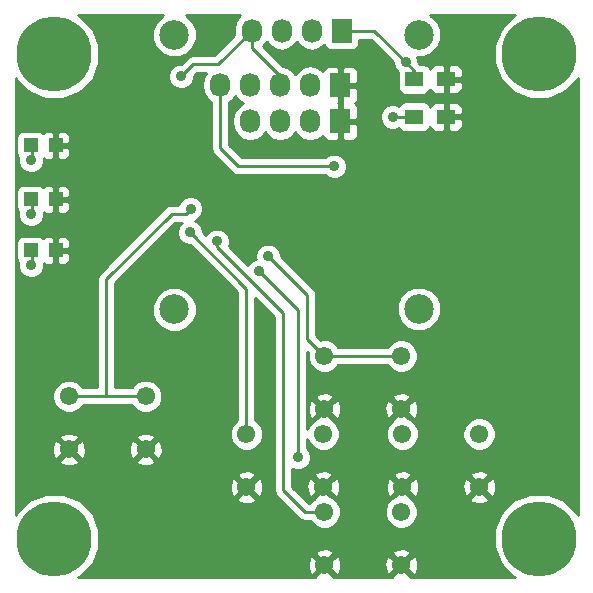
<source format=gbl>
G04 #@! TF.FileFunction,Copper,L2,Bot,Signal*
%FSLAX46Y46*%
G04 Gerber Fmt 4.6, Leading zero omitted, Abs format (unit mm)*
G04 Created by KiCad (PCBNEW (after 2015-mar-04 BZR unknown)-product) date 7/16/2015 5:07:47 PM*
%MOMM*%
G01*
G04 APERTURE LIST*
%ADD10C,0.150000*%
%ADD11C,6.350000*%
%ADD12C,2.500000*%
%ADD13R,1.500000X1.300000*%
%ADD14R,1.727200X2.032000*%
%ADD15O,1.727200X2.032000*%
%ADD16C,1.549400*%
%ADD17R,1.198880X1.198880*%
%ADD18C,0.889000*%
%ADD19C,0.254000*%
G04 APERTURE END LIST*
D10*
D11*
X140000000Y-110000000D03*
X99000000Y-110000000D03*
X140000000Y-69000000D03*
X99000000Y-69000000D03*
D12*
X129850000Y-90550000D03*
X109150000Y-90600000D03*
X129850000Y-67350000D03*
X109150000Y-67350000D03*
D13*
X129460000Y-71120000D03*
X132160000Y-71120000D03*
X129460000Y-74295000D03*
X132160000Y-74295000D03*
D14*
X123190000Y-71628000D03*
D15*
X120650000Y-71628000D03*
X118110000Y-71628000D03*
X115570000Y-71628000D03*
X113030000Y-71628000D03*
D14*
X123310000Y-67000000D03*
D15*
X120770000Y-67000000D03*
X118230000Y-67000000D03*
X115690000Y-67000000D03*
D16*
X128448800Y-101149560D03*
X128448800Y-105650440D03*
X134951200Y-101149560D03*
X134951200Y-105650440D03*
X121848800Y-94549560D03*
X121848800Y-99050440D03*
X128351200Y-94549560D03*
X128351200Y-99050440D03*
X121848800Y-107749560D03*
X121848800Y-112250440D03*
X128351200Y-107749560D03*
X128351200Y-112250440D03*
X115248800Y-101149560D03*
X115248800Y-105650440D03*
X121751200Y-101149560D03*
X121751200Y-105650440D03*
X100224800Y-97949560D03*
X100224800Y-102450440D03*
X106727200Y-97949560D03*
X106727200Y-102450440D03*
D17*
X99093020Y-76708000D03*
X96994980Y-76708000D03*
X99093020Y-81280000D03*
X96994980Y-81280000D03*
X99093020Y-85598000D03*
X96994980Y-85598000D03*
D14*
X123190000Y-74676000D03*
D15*
X120650000Y-74676000D03*
X118110000Y-74676000D03*
X115570000Y-74676000D03*
D18*
X125730000Y-78486000D03*
X137160000Y-93472000D03*
X138684000Y-87376000D03*
X138684000Y-82804000D03*
X109728000Y-70866000D03*
X97028000Y-77978000D03*
X97028000Y-82550000D03*
X97028000Y-86868000D03*
X110518000Y-82070000D03*
X110490000Y-84074000D03*
X112776000Y-84836000D03*
X117094000Y-86106000D03*
X116332000Y-87376000D03*
X119634000Y-103124000D03*
X128727200Y-69646800D03*
X127635000Y-74295000D03*
X122682000Y-78486000D03*
D19*
X118200000Y-67030000D02*
X118230000Y-67000000D01*
X118110000Y-67120000D02*
X118230000Y-67000000D01*
X112840000Y-69850000D02*
X115690000Y-67000000D01*
X110744000Y-69850000D02*
X112840000Y-69850000D01*
X109728000Y-70866000D02*
X110744000Y-69850000D01*
X118110000Y-71628000D02*
X118110000Y-70866000D01*
X118110000Y-70866000D02*
X115690000Y-68446000D01*
X115690000Y-68446000D02*
X115690000Y-67000000D01*
X115660000Y-67030000D02*
X115690000Y-67000000D01*
X115570000Y-67120000D02*
X115690000Y-67000000D01*
X97091500Y-76708000D02*
X97091500Y-77914500D01*
X97091500Y-77914500D02*
X97028000Y-77978000D01*
X97091500Y-82486500D02*
X97091500Y-81280000D01*
X97028000Y-82550000D02*
X97091500Y-82486500D01*
X97091500Y-85598000D02*
X97091500Y-86804500D01*
X97091500Y-86804500D02*
X97028000Y-86868000D01*
X110096000Y-82492000D02*
X108908000Y-82492000D01*
X110518000Y-82070000D02*
X110096000Y-82492000D01*
X103350000Y-97949560D02*
X103350000Y-88050000D01*
X103350000Y-88050000D02*
X108908000Y-82492000D01*
X100224800Y-97949560D02*
X103350000Y-97949560D01*
X103350000Y-97949560D02*
X106727200Y-97949560D01*
X115248800Y-88832800D02*
X115248800Y-101149560D01*
X110490000Y-84074000D02*
X115248800Y-88832800D01*
X112776000Y-84836000D02*
X112776000Y-85344000D01*
X118364000Y-90932000D02*
X118364000Y-105918000D01*
X112776000Y-85344000D02*
X118364000Y-90932000D01*
X120195560Y-107749560D02*
X118364000Y-105918000D01*
X121848800Y-107749560D02*
X120195560Y-107749560D01*
X120396000Y-93096760D02*
X121848800Y-94549560D01*
X120396000Y-89408000D02*
X120396000Y-93096760D01*
X117094000Y-86106000D02*
X120396000Y-89408000D01*
X121848800Y-94549560D02*
X121848800Y-93908800D01*
X121848800Y-94549560D02*
X128351200Y-94549560D01*
X119634000Y-90678000D02*
X119634000Y-103124000D01*
X116332000Y-87376000D02*
X119634000Y-90678000D01*
X129460000Y-71120000D02*
X129460000Y-70379600D01*
X129460000Y-70379600D02*
X128727200Y-69646800D01*
X128727200Y-69646800D02*
X126080400Y-67000000D01*
X126080400Y-67000000D02*
X123310000Y-67000000D01*
X129460000Y-74295000D02*
X127635000Y-74295000D01*
X113030000Y-71628000D02*
X113030000Y-76962000D01*
X114554000Y-78486000D02*
X122682000Y-78486000D01*
X113030000Y-76962000D02*
X114554000Y-78486000D01*
G36*
X143290000Y-107985376D02*
X143231844Y-107844628D01*
X142161009Y-106771923D01*
X140761181Y-106190663D01*
X139245469Y-106189340D01*
X137844628Y-106768156D01*
X136771923Y-107838991D01*
X136372985Y-108799739D01*
X136372985Y-105861172D01*
X136361145Y-105620734D01*
X136361145Y-100870383D01*
X136146983Y-100352072D01*
X135750774Y-99955171D01*
X135232837Y-99740105D01*
X134672023Y-99739615D01*
X134153712Y-99953777D01*
X133756811Y-100349986D01*
X133545000Y-100860084D01*
X133545000Y-75071310D01*
X133545000Y-74818691D01*
X133545000Y-74580750D01*
X133545000Y-74009250D01*
X133545000Y-73771309D01*
X133545000Y-73518690D01*
X133545000Y-71896310D01*
X133545000Y-71643691D01*
X133545000Y-71405750D01*
X133545000Y-70834250D01*
X133545000Y-70596309D01*
X133545000Y-70343690D01*
X133448327Y-70110301D01*
X133269698Y-69931673D01*
X133036309Y-69835000D01*
X132445750Y-69835000D01*
X132287000Y-69993750D01*
X132287000Y-70993000D01*
X133386250Y-70993000D01*
X133545000Y-70834250D01*
X133545000Y-71405750D01*
X133386250Y-71247000D01*
X132287000Y-71247000D01*
X132287000Y-72246250D01*
X132445750Y-72405000D01*
X133036309Y-72405000D01*
X133269698Y-72308327D01*
X133448327Y-72129699D01*
X133545000Y-71896310D01*
X133545000Y-73518690D01*
X133448327Y-73285301D01*
X133269698Y-73106673D01*
X133036309Y-73010000D01*
X132445750Y-73010000D01*
X132287000Y-73168750D01*
X132287000Y-74168000D01*
X133386250Y-74168000D01*
X133545000Y-74009250D01*
X133545000Y-74580750D01*
X133386250Y-74422000D01*
X132287000Y-74422000D01*
X132287000Y-75421250D01*
X132445750Y-75580000D01*
X133036309Y-75580000D01*
X133269698Y-75483327D01*
X133448327Y-75304699D01*
X133545000Y-75071310D01*
X133545000Y-100860084D01*
X133541745Y-100867923D01*
X133541255Y-101428737D01*
X133755417Y-101947048D01*
X134151626Y-102343949D01*
X134669563Y-102559015D01*
X135230377Y-102559505D01*
X135748688Y-102345343D01*
X136145589Y-101949134D01*
X136360655Y-101431197D01*
X136361145Y-100870383D01*
X136361145Y-105620734D01*
X136345402Y-105301037D01*
X136184115Y-104911656D01*
X135940616Y-104840629D01*
X135761011Y-105020234D01*
X135761011Y-104661024D01*
X135689984Y-104417525D01*
X135161932Y-104228655D01*
X134601797Y-104256238D01*
X134212416Y-104417525D01*
X134141389Y-104661024D01*
X134951200Y-105470835D01*
X135761011Y-104661024D01*
X135761011Y-105020234D01*
X135130805Y-105650440D01*
X135940616Y-106460251D01*
X136184115Y-106389224D01*
X136372985Y-105861172D01*
X136372985Y-108799739D01*
X136190663Y-109238819D01*
X136189340Y-110754531D01*
X136768156Y-112155372D01*
X137838991Y-113228077D01*
X137988117Y-113290000D01*
X135761011Y-113290000D01*
X135761011Y-106639856D01*
X134951200Y-105830045D01*
X134771595Y-106009650D01*
X134771595Y-105650440D01*
X133961784Y-104840629D01*
X133718285Y-104911656D01*
X133529415Y-105439708D01*
X133556998Y-105999843D01*
X133718285Y-106389224D01*
X133961784Y-106460251D01*
X134771595Y-105650440D01*
X134771595Y-106009650D01*
X134141389Y-106639856D01*
X134212416Y-106883355D01*
X134740468Y-107072225D01*
X135300603Y-107044642D01*
X135689984Y-106883355D01*
X135761011Y-106639856D01*
X135761011Y-113290000D01*
X132033000Y-113290000D01*
X132033000Y-75421250D01*
X132033000Y-74422000D01*
X132013000Y-74422000D01*
X132013000Y-74168000D01*
X132033000Y-74168000D01*
X132033000Y-73168750D01*
X131874250Y-73010000D01*
X131283691Y-73010000D01*
X131050302Y-73106673D01*
X130871673Y-73285301D01*
X130814453Y-73423442D01*
X130810463Y-73402877D01*
X130670673Y-73190073D01*
X130459640Y-73047623D01*
X130210000Y-72997560D01*
X128710000Y-72997560D01*
X128467877Y-73044537D01*
X128255073Y-73184327D01*
X128150003Y-73339982D01*
X127850668Y-73215687D01*
X127421216Y-73215313D01*
X127024311Y-73379311D01*
X126720378Y-73682714D01*
X126555687Y-74079332D01*
X126555313Y-74508784D01*
X126719311Y-74905689D01*
X127022714Y-75209622D01*
X127419332Y-75374313D01*
X127848784Y-75374687D01*
X128150778Y-75249905D01*
X128249327Y-75399927D01*
X128460360Y-75542377D01*
X128710000Y-75592440D01*
X130210000Y-75592440D01*
X130452123Y-75545463D01*
X130664927Y-75405673D01*
X130807377Y-75194640D01*
X130813479Y-75164208D01*
X130871673Y-75304699D01*
X131050302Y-75483327D01*
X131283691Y-75580000D01*
X131874250Y-75580000D01*
X132033000Y-75421250D01*
X132033000Y-113290000D01*
X131735326Y-113290000D01*
X131735326Y-90176695D01*
X131448957Y-89483628D01*
X130919161Y-88952907D01*
X130226595Y-88665328D01*
X129476695Y-88664674D01*
X128783628Y-88951043D01*
X128252907Y-89480839D01*
X127965328Y-90173405D01*
X127964674Y-90923305D01*
X128251043Y-91616372D01*
X128780839Y-92147093D01*
X129473405Y-92434672D01*
X130223305Y-92435326D01*
X130916372Y-92148957D01*
X131447093Y-91619161D01*
X131734672Y-90926595D01*
X131735326Y-90176695D01*
X131735326Y-113290000D01*
X129870585Y-113290000D01*
X129870585Y-105861172D01*
X129858745Y-105620734D01*
X129858745Y-100870383D01*
X129772985Y-100662828D01*
X129772985Y-99261172D01*
X129761145Y-99020734D01*
X129761145Y-94270383D01*
X129546983Y-93752072D01*
X129150774Y-93355171D01*
X128632837Y-93140105D01*
X128072023Y-93139615D01*
X127553712Y-93353777D01*
X127156811Y-93749986D01*
X127141208Y-93787560D01*
X124688600Y-93787560D01*
X124688600Y-75818309D01*
X124688600Y-74961750D01*
X124688600Y-74390250D01*
X124688600Y-73533691D01*
X124591927Y-73300302D01*
X124443625Y-73152000D01*
X124591927Y-73003698D01*
X124688600Y-72770309D01*
X124688600Y-71913750D01*
X124688600Y-71342250D01*
X124688600Y-70485691D01*
X124591927Y-70252302D01*
X124413299Y-70073673D01*
X124179910Y-69977000D01*
X123927291Y-69977000D01*
X123475750Y-69977000D01*
X123317000Y-70135750D01*
X123317000Y-71501000D01*
X124529850Y-71501000D01*
X124688600Y-71342250D01*
X124688600Y-71913750D01*
X124529850Y-71755000D01*
X123317000Y-71755000D01*
X123317000Y-73120250D01*
X123348750Y-73152000D01*
X123317000Y-73183750D01*
X123317000Y-74549000D01*
X124529850Y-74549000D01*
X124688600Y-74390250D01*
X124688600Y-74961750D01*
X124529850Y-74803000D01*
X123317000Y-74803000D01*
X123317000Y-76168250D01*
X123475750Y-76327000D01*
X123927291Y-76327000D01*
X124179910Y-76327000D01*
X124413299Y-76230327D01*
X124591927Y-76051698D01*
X124688600Y-75818309D01*
X124688600Y-93787560D01*
X123059246Y-93787560D01*
X123044583Y-93752072D01*
X122648374Y-93355171D01*
X122130437Y-93140105D01*
X121569623Y-93139615D01*
X121532021Y-93155151D01*
X121158000Y-92781129D01*
X121158000Y-89408000D01*
X121099996Y-89116395D01*
X120934815Y-88869185D01*
X118173499Y-86107869D01*
X118173687Y-85892216D01*
X118009689Y-85495311D01*
X117706286Y-85191378D01*
X117309668Y-85026687D01*
X116880216Y-85026313D01*
X116483311Y-85190311D01*
X116179378Y-85493714D01*
X116014687Y-85890332D01*
X116014313Y-86319784D01*
X116021181Y-86336406D01*
X115721311Y-86460311D01*
X115417378Y-86763714D01*
X115375117Y-86865487D01*
X113769047Y-85259417D01*
X113855313Y-85051668D01*
X113855687Y-84622216D01*
X113691689Y-84225311D01*
X113388286Y-83921378D01*
X112991668Y-83756687D01*
X112562216Y-83756313D01*
X112165311Y-83920311D01*
X111861378Y-84223714D01*
X111819117Y-84325487D01*
X111569499Y-84075869D01*
X111569687Y-83860216D01*
X111405689Y-83463311D01*
X111102286Y-83159378D01*
X110905794Y-83077787D01*
X111128689Y-82985689D01*
X111432622Y-82682286D01*
X111597313Y-82285668D01*
X111597687Y-81856216D01*
X111433689Y-81459311D01*
X111130286Y-81155378D01*
X110733668Y-80990687D01*
X110304216Y-80990313D01*
X109907311Y-81154311D01*
X109603378Y-81457714D01*
X109490314Y-81730000D01*
X108908000Y-81730000D01*
X108616395Y-81788004D01*
X108369185Y-81953185D01*
X102811185Y-87511185D01*
X102646004Y-87758395D01*
X102588000Y-88050000D01*
X102588000Y-97187560D01*
X101435246Y-97187560D01*
X101420583Y-97152072D01*
X101024374Y-96755171D01*
X100506437Y-96540105D01*
X100327460Y-96539948D01*
X100327460Y-86323750D01*
X100327460Y-86071131D01*
X100327460Y-85883750D01*
X100327460Y-85312250D01*
X100327460Y-85124869D01*
X100327460Y-84872250D01*
X100327460Y-82005750D01*
X100327460Y-81753131D01*
X100327460Y-81565750D01*
X100327460Y-80994250D01*
X100327460Y-80806869D01*
X100327460Y-80554250D01*
X100327460Y-77433750D01*
X100327460Y-77181131D01*
X100327460Y-76993750D01*
X100327460Y-76422250D01*
X100327460Y-76234869D01*
X100327460Y-75982250D01*
X100230787Y-75748861D01*
X100052158Y-75570233D01*
X99818769Y-75473560D01*
X99378770Y-75473560D01*
X99220020Y-75632310D01*
X99220020Y-76581000D01*
X100168710Y-76581000D01*
X100327460Y-76422250D01*
X100327460Y-76993750D01*
X100168710Y-76835000D01*
X99220020Y-76835000D01*
X99220020Y-77783690D01*
X99378770Y-77942440D01*
X99818769Y-77942440D01*
X100052158Y-77845767D01*
X100230787Y-77667139D01*
X100327460Y-77433750D01*
X100327460Y-80554250D01*
X100230787Y-80320861D01*
X100052158Y-80142233D01*
X99818769Y-80045560D01*
X99378770Y-80045560D01*
X99220020Y-80204310D01*
X99220020Y-81153000D01*
X100168710Y-81153000D01*
X100327460Y-80994250D01*
X100327460Y-81565750D01*
X100168710Y-81407000D01*
X99220020Y-81407000D01*
X99220020Y-82355690D01*
X99378770Y-82514440D01*
X99818769Y-82514440D01*
X100052158Y-82417767D01*
X100230787Y-82239139D01*
X100327460Y-82005750D01*
X100327460Y-84872250D01*
X100230787Y-84638861D01*
X100052158Y-84460233D01*
X99818769Y-84363560D01*
X99378770Y-84363560D01*
X99220020Y-84522310D01*
X99220020Y-85471000D01*
X100168710Y-85471000D01*
X100327460Y-85312250D01*
X100327460Y-85883750D01*
X100168710Y-85725000D01*
X99220020Y-85725000D01*
X99220020Y-86673690D01*
X99378770Y-86832440D01*
X99818769Y-86832440D01*
X100052158Y-86735767D01*
X100230787Y-86557139D01*
X100327460Y-86323750D01*
X100327460Y-96539948D01*
X99945623Y-96539615D01*
X99427312Y-96753777D01*
X99030411Y-97149986D01*
X98966020Y-97305056D01*
X98966020Y-86673690D01*
X98966020Y-85725000D01*
X98946020Y-85725000D01*
X98946020Y-85471000D01*
X98966020Y-85471000D01*
X98966020Y-84522310D01*
X98966020Y-82355690D01*
X98966020Y-81407000D01*
X98946020Y-81407000D01*
X98946020Y-81153000D01*
X98966020Y-81153000D01*
X98966020Y-80204310D01*
X98966020Y-77783690D01*
X98966020Y-76835000D01*
X98946020Y-76835000D01*
X98946020Y-76581000D01*
X98966020Y-76581000D01*
X98966020Y-75632310D01*
X98807270Y-75473560D01*
X98367271Y-75473560D01*
X98133882Y-75570233D01*
X98052339Y-75651774D01*
X97844060Y-75511183D01*
X97594420Y-75461120D01*
X96395540Y-75461120D01*
X96153417Y-75508097D01*
X95940613Y-75647887D01*
X95798163Y-75858920D01*
X95748100Y-76108560D01*
X95748100Y-77307440D01*
X95795077Y-77549563D01*
X95934867Y-77762367D01*
X95948678Y-77771690D01*
X95948313Y-78191784D01*
X96112311Y-78588689D01*
X96415714Y-78892622D01*
X96812332Y-79057313D01*
X97241784Y-79057687D01*
X97638689Y-78893689D01*
X97942622Y-78590286D01*
X98107313Y-78193668D01*
X98107638Y-77819523D01*
X98133882Y-77845767D01*
X98367271Y-77942440D01*
X98807270Y-77942440D01*
X98966020Y-77783690D01*
X98966020Y-80204310D01*
X98807270Y-80045560D01*
X98367271Y-80045560D01*
X98133882Y-80142233D01*
X98052339Y-80223774D01*
X97844060Y-80083183D01*
X97594420Y-80033120D01*
X96395540Y-80033120D01*
X96153417Y-80080097D01*
X95940613Y-80219887D01*
X95798163Y-80430920D01*
X95748100Y-80680560D01*
X95748100Y-81879440D01*
X95795077Y-82121563D01*
X95934867Y-82334367D01*
X95948678Y-82343690D01*
X95948313Y-82763784D01*
X96112311Y-83160689D01*
X96415714Y-83464622D01*
X96812332Y-83629313D01*
X97241784Y-83629687D01*
X97638689Y-83465689D01*
X97942622Y-83162286D01*
X98107313Y-82765668D01*
X98107638Y-82391523D01*
X98133882Y-82417767D01*
X98367271Y-82514440D01*
X98807270Y-82514440D01*
X98966020Y-82355690D01*
X98966020Y-84522310D01*
X98807270Y-84363560D01*
X98367271Y-84363560D01*
X98133882Y-84460233D01*
X98052339Y-84541774D01*
X97844060Y-84401183D01*
X97594420Y-84351120D01*
X96395540Y-84351120D01*
X96153417Y-84398097D01*
X95940613Y-84537887D01*
X95798163Y-84748920D01*
X95748100Y-84998560D01*
X95748100Y-86197440D01*
X95795077Y-86439563D01*
X95934867Y-86652367D01*
X95948678Y-86661690D01*
X95948313Y-87081784D01*
X96112311Y-87478689D01*
X96415714Y-87782622D01*
X96812332Y-87947313D01*
X97241784Y-87947687D01*
X97638689Y-87783689D01*
X97942622Y-87480286D01*
X98107313Y-87083668D01*
X98107638Y-86709523D01*
X98133882Y-86735767D01*
X98367271Y-86832440D01*
X98807270Y-86832440D01*
X98966020Y-86673690D01*
X98966020Y-97305056D01*
X98815345Y-97667923D01*
X98814855Y-98228737D01*
X99029017Y-98747048D01*
X99425226Y-99143949D01*
X99943163Y-99359015D01*
X100503977Y-99359505D01*
X101022288Y-99145343D01*
X101419189Y-98749134D01*
X101434791Y-98711560D01*
X103350000Y-98711560D01*
X105516753Y-98711560D01*
X105531417Y-98747048D01*
X105927626Y-99143949D01*
X106445563Y-99359015D01*
X107006377Y-99359505D01*
X107524688Y-99145343D01*
X107921589Y-98749134D01*
X108136655Y-98231197D01*
X108137145Y-97670383D01*
X107922983Y-97152072D01*
X107526774Y-96755171D01*
X107008837Y-96540105D01*
X106448023Y-96539615D01*
X105929712Y-96753777D01*
X105532811Y-97149986D01*
X105517208Y-97187560D01*
X104112000Y-97187560D01*
X104112000Y-88365630D01*
X109223630Y-83254000D01*
X109783454Y-83254000D01*
X109575378Y-83461714D01*
X109410687Y-83858332D01*
X109410313Y-84287784D01*
X109574311Y-84684689D01*
X109877714Y-84988622D01*
X110274332Y-85153313D01*
X110491872Y-85153502D01*
X114486800Y-89148430D01*
X114486800Y-99939113D01*
X114451312Y-99953777D01*
X114054411Y-100349986D01*
X113839345Y-100867923D01*
X113838855Y-101428737D01*
X114053017Y-101947048D01*
X114449226Y-102343949D01*
X114967163Y-102559015D01*
X115527977Y-102559505D01*
X116046288Y-102345343D01*
X116443189Y-101949134D01*
X116658255Y-101431197D01*
X116658745Y-100870383D01*
X116444583Y-100352072D01*
X116048374Y-99955171D01*
X116010800Y-99939568D01*
X116010800Y-89656430D01*
X117602000Y-91247630D01*
X117602000Y-105918000D01*
X117660004Y-106209605D01*
X117825185Y-106456815D01*
X119656745Y-108288375D01*
X119903955Y-108453556D01*
X119903956Y-108453556D01*
X120195560Y-108511560D01*
X120638353Y-108511560D01*
X120653017Y-108547048D01*
X121049226Y-108943949D01*
X121567163Y-109159015D01*
X122127977Y-109159505D01*
X122646288Y-108945343D01*
X123043189Y-108549134D01*
X123258255Y-108031197D01*
X123258745Y-107470383D01*
X123172985Y-107262828D01*
X123172985Y-105861172D01*
X123145402Y-105301037D01*
X122984115Y-104911656D01*
X122740616Y-104840629D01*
X122561011Y-105020234D01*
X122561011Y-104661024D01*
X122489984Y-104417525D01*
X121961932Y-104228655D01*
X121401797Y-104256238D01*
X121012416Y-104417525D01*
X120941389Y-104661024D01*
X121751200Y-105470835D01*
X122561011Y-104661024D01*
X122561011Y-105020234D01*
X121930805Y-105650440D01*
X122740616Y-106460251D01*
X122984115Y-106389224D01*
X123172985Y-105861172D01*
X123172985Y-107262828D01*
X123044583Y-106952072D01*
X122648374Y-106555171D01*
X122354156Y-106433001D01*
X121751200Y-105830045D01*
X121571595Y-106009650D01*
X121571595Y-105650440D01*
X120761784Y-104840629D01*
X120518285Y-104911656D01*
X120329415Y-105439708D01*
X120356998Y-105999843D01*
X120518285Y-106389224D01*
X120761784Y-106460251D01*
X121571595Y-105650440D01*
X121571595Y-106009650D01*
X120941389Y-106639856D01*
X120946732Y-106658174D01*
X120654411Y-106949986D01*
X120638808Y-106987560D01*
X120511190Y-106987560D01*
X119126000Y-105602370D01*
X119126000Y-104081925D01*
X119418332Y-104203313D01*
X119847784Y-104203687D01*
X120244689Y-104039689D01*
X120548622Y-103736286D01*
X120713313Y-103339668D01*
X120713687Y-102910216D01*
X120549689Y-102513311D01*
X120396000Y-102359353D01*
X120396000Y-101561229D01*
X120555417Y-101947048D01*
X120951626Y-102343949D01*
X121469563Y-102559015D01*
X122030377Y-102559505D01*
X122548688Y-102345343D01*
X122945589Y-101949134D01*
X123160655Y-101431197D01*
X123161145Y-100870383D01*
X122946983Y-100352072D01*
X122653342Y-100057918D01*
X122658611Y-100039856D01*
X121848800Y-99230045D01*
X121669195Y-99409649D01*
X121669195Y-99050440D01*
X120859384Y-98240629D01*
X120615885Y-98311656D01*
X120427015Y-98839708D01*
X120454598Y-99399843D01*
X120615885Y-99789224D01*
X120859384Y-99860251D01*
X121669195Y-99050440D01*
X121669195Y-99409649D01*
X121245725Y-99833119D01*
X120953712Y-99953777D01*
X120556811Y-100349986D01*
X120396000Y-100737262D01*
X120396000Y-94174390D01*
X120454070Y-94232460D01*
X120439345Y-94267923D01*
X120438855Y-94828737D01*
X120653017Y-95347048D01*
X121049226Y-95743949D01*
X121567163Y-95959015D01*
X122127977Y-95959505D01*
X122646288Y-95745343D01*
X123043189Y-95349134D01*
X123058791Y-95311560D01*
X127140753Y-95311560D01*
X127155417Y-95347048D01*
X127551626Y-95743949D01*
X128069563Y-95959015D01*
X128630377Y-95959505D01*
X129148688Y-95745343D01*
X129545589Y-95349134D01*
X129760655Y-94831197D01*
X129761145Y-94270383D01*
X129761145Y-99020734D01*
X129745402Y-98701037D01*
X129584115Y-98311656D01*
X129340616Y-98240629D01*
X129161011Y-98420234D01*
X129161011Y-98061024D01*
X129089984Y-97817525D01*
X128561932Y-97628655D01*
X128001797Y-97656238D01*
X127612416Y-97817525D01*
X127541389Y-98061024D01*
X128351200Y-98870835D01*
X129161011Y-98061024D01*
X129161011Y-98420234D01*
X128530805Y-99050440D01*
X129340616Y-99860251D01*
X129584115Y-99789224D01*
X129772985Y-99261172D01*
X129772985Y-100662828D01*
X129644583Y-100352072D01*
X129248374Y-99955171D01*
X128954156Y-99833001D01*
X128351200Y-99230045D01*
X128171595Y-99409650D01*
X128171595Y-99050440D01*
X127361784Y-98240629D01*
X127118285Y-98311656D01*
X126929415Y-98839708D01*
X126956998Y-99399843D01*
X127118285Y-99789224D01*
X127361784Y-99860251D01*
X128171595Y-99050440D01*
X128171595Y-99409650D01*
X127541389Y-100039856D01*
X127546732Y-100058174D01*
X127254411Y-100349986D01*
X127039345Y-100867923D01*
X127038855Y-101428737D01*
X127253017Y-101947048D01*
X127649226Y-102343949D01*
X128167163Y-102559015D01*
X128727977Y-102559505D01*
X129246288Y-102345343D01*
X129643189Y-101949134D01*
X129858255Y-101431197D01*
X129858745Y-100870383D01*
X129858745Y-105620734D01*
X129843002Y-105301037D01*
X129681715Y-104911656D01*
X129438216Y-104840629D01*
X129258611Y-105020234D01*
X129258611Y-104661024D01*
X129187584Y-104417525D01*
X128659532Y-104228655D01*
X128099397Y-104256238D01*
X127710016Y-104417525D01*
X127638989Y-104661024D01*
X128448800Y-105470835D01*
X129258611Y-104661024D01*
X129258611Y-105020234D01*
X128628405Y-105650440D01*
X129438216Y-106460251D01*
X129681715Y-106389224D01*
X129870585Y-105861172D01*
X129870585Y-113290000D01*
X129772985Y-113290000D01*
X129772985Y-112461172D01*
X129761145Y-112220734D01*
X129761145Y-107470383D01*
X129546983Y-106952072D01*
X129253342Y-106657918D01*
X129258611Y-106639856D01*
X128448800Y-105830045D01*
X128269195Y-106009649D01*
X128269195Y-105650440D01*
X127459384Y-104840629D01*
X127215885Y-104911656D01*
X127027015Y-105439708D01*
X127054598Y-105999843D01*
X127215885Y-106389224D01*
X127459384Y-106460251D01*
X128269195Y-105650440D01*
X128269195Y-106009649D01*
X127845725Y-106433119D01*
X127553712Y-106553777D01*
X127156811Y-106949986D01*
X126941745Y-107467923D01*
X126941255Y-108028737D01*
X127155417Y-108547048D01*
X127551626Y-108943949D01*
X128069563Y-109159015D01*
X128630377Y-109159505D01*
X129148688Y-108945343D01*
X129545589Y-108549134D01*
X129760655Y-108031197D01*
X129761145Y-107470383D01*
X129761145Y-112220734D01*
X129745402Y-111901037D01*
X129584115Y-111511656D01*
X129340616Y-111440629D01*
X129161011Y-111620234D01*
X129161011Y-111261024D01*
X129089984Y-111017525D01*
X128561932Y-110828655D01*
X128001797Y-110856238D01*
X127612416Y-111017525D01*
X127541389Y-111261024D01*
X128351200Y-112070835D01*
X129161011Y-111261024D01*
X129161011Y-111620234D01*
X128530805Y-112250440D01*
X129340616Y-113060251D01*
X129584115Y-112989224D01*
X129772985Y-112461172D01*
X129772985Y-113290000D01*
X129146384Y-113290000D01*
X129161011Y-113239856D01*
X128351200Y-112430045D01*
X128171595Y-112609650D01*
X128171595Y-112250440D01*
X127361784Y-111440629D01*
X127118285Y-111511656D01*
X126929415Y-112039708D01*
X126956998Y-112599843D01*
X127118285Y-112989224D01*
X127361784Y-113060251D01*
X128171595Y-112250440D01*
X128171595Y-112609650D01*
X127541389Y-113239856D01*
X127556015Y-113290000D01*
X123270585Y-113290000D01*
X123270585Y-112461172D01*
X123270585Y-99261172D01*
X123243002Y-98701037D01*
X123081715Y-98311656D01*
X122838216Y-98240629D01*
X122658611Y-98420234D01*
X122658611Y-98061024D01*
X122587584Y-97817525D01*
X122059532Y-97628655D01*
X121499397Y-97656238D01*
X121110016Y-97817525D01*
X121038989Y-98061024D01*
X121848800Y-98870835D01*
X122658611Y-98061024D01*
X122658611Y-98420234D01*
X122028405Y-99050440D01*
X122838216Y-99860251D01*
X123081715Y-99789224D01*
X123270585Y-99261172D01*
X123270585Y-112461172D01*
X123243002Y-111901037D01*
X123081715Y-111511656D01*
X122838216Y-111440629D01*
X122658611Y-111620234D01*
X122658611Y-111261024D01*
X122587584Y-111017525D01*
X122059532Y-110828655D01*
X121499397Y-110856238D01*
X121110016Y-111017525D01*
X121038989Y-111261024D01*
X121848800Y-112070835D01*
X122658611Y-111261024D01*
X122658611Y-111620234D01*
X122028405Y-112250440D01*
X122838216Y-113060251D01*
X123081715Y-112989224D01*
X123270585Y-112461172D01*
X123270585Y-113290000D01*
X122643984Y-113290000D01*
X122658611Y-113239856D01*
X121848800Y-112430045D01*
X121669195Y-112609650D01*
X121669195Y-112250440D01*
X120859384Y-111440629D01*
X120615885Y-111511656D01*
X120427015Y-112039708D01*
X120454598Y-112599843D01*
X120615885Y-112989224D01*
X120859384Y-113060251D01*
X121669195Y-112250440D01*
X121669195Y-112609650D01*
X121038989Y-113239856D01*
X121053615Y-113290000D01*
X116670585Y-113290000D01*
X116670585Y-105861172D01*
X116643002Y-105301037D01*
X116481715Y-104911656D01*
X116238216Y-104840629D01*
X116058611Y-105020234D01*
X116058611Y-104661024D01*
X115987584Y-104417525D01*
X115459532Y-104228655D01*
X114899397Y-104256238D01*
X114510016Y-104417525D01*
X114438989Y-104661024D01*
X115248800Y-105470835D01*
X116058611Y-104661024D01*
X116058611Y-105020234D01*
X115428405Y-105650440D01*
X116238216Y-106460251D01*
X116481715Y-106389224D01*
X116670585Y-105861172D01*
X116670585Y-113290000D01*
X116058611Y-113290000D01*
X116058611Y-106639856D01*
X115248800Y-105830045D01*
X115069195Y-106009650D01*
X115069195Y-105650440D01*
X114259384Y-104840629D01*
X114015885Y-104911656D01*
X113827015Y-105439708D01*
X113854598Y-105999843D01*
X114015885Y-106389224D01*
X114259384Y-106460251D01*
X115069195Y-105650440D01*
X115069195Y-106009650D01*
X114438989Y-106639856D01*
X114510016Y-106883355D01*
X115038068Y-107072225D01*
X115598203Y-107044642D01*
X115987584Y-106883355D01*
X116058611Y-106639856D01*
X116058611Y-113290000D01*
X111035326Y-113290000D01*
X111035326Y-90226695D01*
X110748957Y-89533628D01*
X110219161Y-89002907D01*
X109526595Y-88715328D01*
X108776695Y-88714674D01*
X108083628Y-89001043D01*
X107552907Y-89530839D01*
X107265328Y-90223405D01*
X107264674Y-90973305D01*
X107551043Y-91666372D01*
X108080839Y-92197093D01*
X108773405Y-92484672D01*
X109523305Y-92485326D01*
X110216372Y-92198957D01*
X110747093Y-91669161D01*
X111034672Y-90976595D01*
X111035326Y-90226695D01*
X111035326Y-113290000D01*
X108148985Y-113290000D01*
X108148985Y-102661172D01*
X108121402Y-102101037D01*
X107960115Y-101711656D01*
X107716616Y-101640629D01*
X107537011Y-101820234D01*
X107537011Y-101461024D01*
X107465984Y-101217525D01*
X106937932Y-101028655D01*
X106377797Y-101056238D01*
X105988416Y-101217525D01*
X105917389Y-101461024D01*
X106727200Y-102270835D01*
X107537011Y-101461024D01*
X107537011Y-101820234D01*
X106906805Y-102450440D01*
X107716616Y-103260251D01*
X107960115Y-103189224D01*
X108148985Y-102661172D01*
X108148985Y-113290000D01*
X107537011Y-113290000D01*
X107537011Y-103439856D01*
X106727200Y-102630045D01*
X106547595Y-102809650D01*
X106547595Y-102450440D01*
X105737784Y-101640629D01*
X105494285Y-101711656D01*
X105305415Y-102239708D01*
X105332998Y-102799843D01*
X105494285Y-103189224D01*
X105737784Y-103260251D01*
X106547595Y-102450440D01*
X106547595Y-102809650D01*
X105917389Y-103439856D01*
X105988416Y-103683355D01*
X106516468Y-103872225D01*
X107076603Y-103844642D01*
X107465984Y-103683355D01*
X107537011Y-103439856D01*
X107537011Y-113290000D01*
X101014623Y-113290000D01*
X101155372Y-113231844D01*
X102228077Y-112161009D01*
X102809337Y-110761181D01*
X102810660Y-109245469D01*
X102231844Y-107844628D01*
X101646585Y-107258346D01*
X101646585Y-102661172D01*
X101619002Y-102101037D01*
X101457715Y-101711656D01*
X101214216Y-101640629D01*
X101034611Y-101820234D01*
X101034611Y-101461024D01*
X100963584Y-101217525D01*
X100435532Y-101028655D01*
X99875397Y-101056238D01*
X99486016Y-101217525D01*
X99414989Y-101461024D01*
X100224800Y-102270835D01*
X101034611Y-101461024D01*
X101034611Y-101820234D01*
X100404405Y-102450440D01*
X101214216Y-103260251D01*
X101457715Y-103189224D01*
X101646585Y-102661172D01*
X101646585Y-107258346D01*
X101161009Y-106771923D01*
X101034611Y-106719437D01*
X101034611Y-103439856D01*
X100224800Y-102630045D01*
X100045195Y-102809650D01*
X100045195Y-102450440D01*
X99235384Y-101640629D01*
X98991885Y-101711656D01*
X98803015Y-102239708D01*
X98830598Y-102799843D01*
X98991885Y-103189224D01*
X99235384Y-103260251D01*
X100045195Y-102450440D01*
X100045195Y-102809650D01*
X99414989Y-103439856D01*
X99486016Y-103683355D01*
X100014068Y-103872225D01*
X100574203Y-103844642D01*
X100963584Y-103683355D01*
X101034611Y-103439856D01*
X101034611Y-106719437D01*
X99761181Y-106190663D01*
X98245469Y-106189340D01*
X96844628Y-106768156D01*
X95771923Y-107838991D01*
X95710000Y-107988117D01*
X95710000Y-71014623D01*
X95768156Y-71155372D01*
X96838991Y-72228077D01*
X98238819Y-72809337D01*
X99754531Y-72810660D01*
X101155372Y-72231844D01*
X102228077Y-71161009D01*
X102809337Y-69761181D01*
X102810660Y-68245469D01*
X102231844Y-66844628D01*
X101161009Y-65771923D01*
X101011882Y-65710000D01*
X108182959Y-65710000D01*
X108083628Y-65751043D01*
X107552907Y-66280839D01*
X107265328Y-66973405D01*
X107264674Y-67723305D01*
X107551043Y-68416372D01*
X108080839Y-68947093D01*
X108773405Y-69234672D01*
X109523305Y-69235326D01*
X110216372Y-68948957D01*
X110747093Y-68419161D01*
X111034672Y-67726595D01*
X111035326Y-66976695D01*
X110748957Y-66283628D01*
X110219161Y-65752907D01*
X110115829Y-65710000D01*
X114698552Y-65710000D01*
X114630330Y-65755585D01*
X114305474Y-66241766D01*
X114191400Y-66815255D01*
X114191400Y-67184745D01*
X114230592Y-67381777D01*
X112524369Y-69088000D01*
X110744000Y-69088000D01*
X110452395Y-69146004D01*
X110205185Y-69311185D01*
X109729869Y-69786500D01*
X109514216Y-69786313D01*
X109117311Y-69950311D01*
X108813378Y-70253714D01*
X108648687Y-70650332D01*
X108648313Y-71079784D01*
X108812311Y-71476689D01*
X109115714Y-71780622D01*
X109512332Y-71945313D01*
X109941784Y-71945687D01*
X110338689Y-71781689D01*
X110642622Y-71478286D01*
X110807313Y-71081668D01*
X110807502Y-70864127D01*
X111059630Y-70612000D01*
X111817707Y-70612000D01*
X111645474Y-70869766D01*
X111531400Y-71443255D01*
X111531400Y-71812745D01*
X111645474Y-72386234D01*
X111970330Y-72872415D01*
X112268000Y-73071311D01*
X112268000Y-76962000D01*
X112326004Y-77253605D01*
X112491185Y-77500815D01*
X114015184Y-79024815D01*
X114015185Y-79024815D01*
X114262395Y-79189996D01*
X114554000Y-79248000D01*
X121917358Y-79248000D01*
X122069714Y-79400622D01*
X122466332Y-79565313D01*
X122895784Y-79565687D01*
X123292689Y-79401689D01*
X123596622Y-79098286D01*
X123761313Y-78701668D01*
X123761687Y-78272216D01*
X123597689Y-77875311D01*
X123294286Y-77571378D01*
X122897668Y-77406687D01*
X122468216Y-77406313D01*
X122071311Y-77570311D01*
X121917353Y-77724000D01*
X114869630Y-77724000D01*
X113792000Y-76646369D01*
X113792000Y-73071311D01*
X114089670Y-72872415D01*
X114300000Y-72557634D01*
X114510330Y-72872415D01*
X114928758Y-73152000D01*
X114510330Y-73431585D01*
X114185474Y-73917766D01*
X114071400Y-74491255D01*
X114071400Y-74860745D01*
X114185474Y-75434234D01*
X114510330Y-75920415D01*
X114996511Y-76245271D01*
X115570000Y-76359345D01*
X116143489Y-76245271D01*
X116629670Y-75920415D01*
X116840000Y-75605634D01*
X117050330Y-75920415D01*
X117536511Y-76245271D01*
X118110000Y-76359345D01*
X118683489Y-76245271D01*
X119169670Y-75920415D01*
X119380000Y-75605634D01*
X119590330Y-75920415D01*
X120076511Y-76245271D01*
X120650000Y-76359345D01*
X121223489Y-76245271D01*
X121709670Y-75920415D01*
X121724500Y-75898219D01*
X121788073Y-76051698D01*
X121966701Y-76230327D01*
X122200090Y-76327000D01*
X122452709Y-76327000D01*
X122904250Y-76327000D01*
X123063000Y-76168250D01*
X123063000Y-74803000D01*
X123043000Y-74803000D01*
X123043000Y-74549000D01*
X123063000Y-74549000D01*
X123063000Y-73183750D01*
X123031250Y-73152000D01*
X123063000Y-73120250D01*
X123063000Y-71755000D01*
X123043000Y-71755000D01*
X123043000Y-71501000D01*
X123063000Y-71501000D01*
X123063000Y-70135750D01*
X122904250Y-69977000D01*
X122452709Y-69977000D01*
X122200090Y-69977000D01*
X121966701Y-70073673D01*
X121788073Y-70252302D01*
X121724500Y-70405780D01*
X121709670Y-70383585D01*
X121223489Y-70058729D01*
X120650000Y-69944655D01*
X120076511Y-70058729D01*
X119590330Y-70383585D01*
X119380000Y-70698365D01*
X119169670Y-70383585D01*
X118683489Y-70058729D01*
X118305090Y-69983460D01*
X116639594Y-68317964D01*
X116749670Y-68244415D01*
X116960000Y-67929634D01*
X117170330Y-68244415D01*
X117656511Y-68569271D01*
X118230000Y-68683345D01*
X118803489Y-68569271D01*
X119289670Y-68244415D01*
X119500000Y-67929634D01*
X119710330Y-68244415D01*
X120196511Y-68569271D01*
X120770000Y-68683345D01*
X121343489Y-68569271D01*
X121829670Y-68244415D01*
X121840215Y-68228632D01*
X121845937Y-68258123D01*
X121985727Y-68470927D01*
X122196760Y-68613377D01*
X122446400Y-68663440D01*
X124173600Y-68663440D01*
X124415723Y-68616463D01*
X124628527Y-68476673D01*
X124770977Y-68265640D01*
X124821040Y-68016000D01*
X124821040Y-67762000D01*
X125764769Y-67762000D01*
X127647700Y-69644931D01*
X127647513Y-69860584D01*
X127811511Y-70257489D01*
X128062560Y-70508976D01*
X128062560Y-71770000D01*
X128109537Y-72012123D01*
X128249327Y-72224927D01*
X128460360Y-72367377D01*
X128710000Y-72417440D01*
X130210000Y-72417440D01*
X130452123Y-72370463D01*
X130664927Y-72230673D01*
X130807377Y-72019640D01*
X130813479Y-71989208D01*
X130871673Y-72129699D01*
X131050302Y-72308327D01*
X131283691Y-72405000D01*
X131874250Y-72405000D01*
X132033000Y-72246250D01*
X132033000Y-71247000D01*
X132013000Y-71247000D01*
X132013000Y-70993000D01*
X132033000Y-70993000D01*
X132033000Y-69993750D01*
X131874250Y-69835000D01*
X131283691Y-69835000D01*
X131050302Y-69931673D01*
X130871673Y-70110301D01*
X130814453Y-70248442D01*
X130810463Y-70227877D01*
X130670673Y-70015073D01*
X130459640Y-69872623D01*
X130210000Y-69822560D01*
X129980590Y-69822560D01*
X129806699Y-69648668D01*
X129806887Y-69433016D01*
X129725023Y-69234891D01*
X130223305Y-69235326D01*
X130916372Y-68948957D01*
X131447093Y-68419161D01*
X131734672Y-67726595D01*
X131735326Y-66976695D01*
X131448957Y-66283628D01*
X130919161Y-65752907D01*
X130815829Y-65710000D01*
X137985376Y-65710000D01*
X137844628Y-65768156D01*
X136771923Y-66838991D01*
X136190663Y-68238819D01*
X136189340Y-69754531D01*
X136768156Y-71155372D01*
X137838991Y-72228077D01*
X139238819Y-72809337D01*
X140754531Y-72810660D01*
X142155372Y-72231844D01*
X143228077Y-71161009D01*
X143290000Y-71011882D01*
X143290000Y-107985376D01*
X143290000Y-107985376D01*
G37*
X143290000Y-107985376D02*
X143231844Y-107844628D01*
X142161009Y-106771923D01*
X140761181Y-106190663D01*
X139245469Y-106189340D01*
X137844628Y-106768156D01*
X136771923Y-107838991D01*
X136372985Y-108799739D01*
X136372985Y-105861172D01*
X136361145Y-105620734D01*
X136361145Y-100870383D01*
X136146983Y-100352072D01*
X135750774Y-99955171D01*
X135232837Y-99740105D01*
X134672023Y-99739615D01*
X134153712Y-99953777D01*
X133756811Y-100349986D01*
X133545000Y-100860084D01*
X133545000Y-75071310D01*
X133545000Y-74818691D01*
X133545000Y-74580750D01*
X133545000Y-74009250D01*
X133545000Y-73771309D01*
X133545000Y-73518690D01*
X133545000Y-71896310D01*
X133545000Y-71643691D01*
X133545000Y-71405750D01*
X133545000Y-70834250D01*
X133545000Y-70596309D01*
X133545000Y-70343690D01*
X133448327Y-70110301D01*
X133269698Y-69931673D01*
X133036309Y-69835000D01*
X132445750Y-69835000D01*
X132287000Y-69993750D01*
X132287000Y-70993000D01*
X133386250Y-70993000D01*
X133545000Y-70834250D01*
X133545000Y-71405750D01*
X133386250Y-71247000D01*
X132287000Y-71247000D01*
X132287000Y-72246250D01*
X132445750Y-72405000D01*
X133036309Y-72405000D01*
X133269698Y-72308327D01*
X133448327Y-72129699D01*
X133545000Y-71896310D01*
X133545000Y-73518690D01*
X133448327Y-73285301D01*
X133269698Y-73106673D01*
X133036309Y-73010000D01*
X132445750Y-73010000D01*
X132287000Y-73168750D01*
X132287000Y-74168000D01*
X133386250Y-74168000D01*
X133545000Y-74009250D01*
X133545000Y-74580750D01*
X133386250Y-74422000D01*
X132287000Y-74422000D01*
X132287000Y-75421250D01*
X132445750Y-75580000D01*
X133036309Y-75580000D01*
X133269698Y-75483327D01*
X133448327Y-75304699D01*
X133545000Y-75071310D01*
X133545000Y-100860084D01*
X133541745Y-100867923D01*
X133541255Y-101428737D01*
X133755417Y-101947048D01*
X134151626Y-102343949D01*
X134669563Y-102559015D01*
X135230377Y-102559505D01*
X135748688Y-102345343D01*
X136145589Y-101949134D01*
X136360655Y-101431197D01*
X136361145Y-100870383D01*
X136361145Y-105620734D01*
X136345402Y-105301037D01*
X136184115Y-104911656D01*
X135940616Y-104840629D01*
X135761011Y-105020234D01*
X135761011Y-104661024D01*
X135689984Y-104417525D01*
X135161932Y-104228655D01*
X134601797Y-104256238D01*
X134212416Y-104417525D01*
X134141389Y-104661024D01*
X134951200Y-105470835D01*
X135761011Y-104661024D01*
X135761011Y-105020234D01*
X135130805Y-105650440D01*
X135940616Y-106460251D01*
X136184115Y-106389224D01*
X136372985Y-105861172D01*
X136372985Y-108799739D01*
X136190663Y-109238819D01*
X136189340Y-110754531D01*
X136768156Y-112155372D01*
X137838991Y-113228077D01*
X137988117Y-113290000D01*
X135761011Y-113290000D01*
X135761011Y-106639856D01*
X134951200Y-105830045D01*
X134771595Y-106009650D01*
X134771595Y-105650440D01*
X133961784Y-104840629D01*
X133718285Y-104911656D01*
X133529415Y-105439708D01*
X133556998Y-105999843D01*
X133718285Y-106389224D01*
X133961784Y-106460251D01*
X134771595Y-105650440D01*
X134771595Y-106009650D01*
X134141389Y-106639856D01*
X134212416Y-106883355D01*
X134740468Y-107072225D01*
X135300603Y-107044642D01*
X135689984Y-106883355D01*
X135761011Y-106639856D01*
X135761011Y-113290000D01*
X132033000Y-113290000D01*
X132033000Y-75421250D01*
X132033000Y-74422000D01*
X132013000Y-74422000D01*
X132013000Y-74168000D01*
X132033000Y-74168000D01*
X132033000Y-73168750D01*
X131874250Y-73010000D01*
X131283691Y-73010000D01*
X131050302Y-73106673D01*
X130871673Y-73285301D01*
X130814453Y-73423442D01*
X130810463Y-73402877D01*
X130670673Y-73190073D01*
X130459640Y-73047623D01*
X130210000Y-72997560D01*
X128710000Y-72997560D01*
X128467877Y-73044537D01*
X128255073Y-73184327D01*
X128150003Y-73339982D01*
X127850668Y-73215687D01*
X127421216Y-73215313D01*
X127024311Y-73379311D01*
X126720378Y-73682714D01*
X126555687Y-74079332D01*
X126555313Y-74508784D01*
X126719311Y-74905689D01*
X127022714Y-75209622D01*
X127419332Y-75374313D01*
X127848784Y-75374687D01*
X128150778Y-75249905D01*
X128249327Y-75399927D01*
X128460360Y-75542377D01*
X128710000Y-75592440D01*
X130210000Y-75592440D01*
X130452123Y-75545463D01*
X130664927Y-75405673D01*
X130807377Y-75194640D01*
X130813479Y-75164208D01*
X130871673Y-75304699D01*
X131050302Y-75483327D01*
X131283691Y-75580000D01*
X131874250Y-75580000D01*
X132033000Y-75421250D01*
X132033000Y-113290000D01*
X131735326Y-113290000D01*
X131735326Y-90176695D01*
X131448957Y-89483628D01*
X130919161Y-88952907D01*
X130226595Y-88665328D01*
X129476695Y-88664674D01*
X128783628Y-88951043D01*
X128252907Y-89480839D01*
X127965328Y-90173405D01*
X127964674Y-90923305D01*
X128251043Y-91616372D01*
X128780839Y-92147093D01*
X129473405Y-92434672D01*
X130223305Y-92435326D01*
X130916372Y-92148957D01*
X131447093Y-91619161D01*
X131734672Y-90926595D01*
X131735326Y-90176695D01*
X131735326Y-113290000D01*
X129870585Y-113290000D01*
X129870585Y-105861172D01*
X129858745Y-105620734D01*
X129858745Y-100870383D01*
X129772985Y-100662828D01*
X129772985Y-99261172D01*
X129761145Y-99020734D01*
X129761145Y-94270383D01*
X129546983Y-93752072D01*
X129150774Y-93355171D01*
X128632837Y-93140105D01*
X128072023Y-93139615D01*
X127553712Y-93353777D01*
X127156811Y-93749986D01*
X127141208Y-93787560D01*
X124688600Y-93787560D01*
X124688600Y-75818309D01*
X124688600Y-74961750D01*
X124688600Y-74390250D01*
X124688600Y-73533691D01*
X124591927Y-73300302D01*
X124443625Y-73152000D01*
X124591927Y-73003698D01*
X124688600Y-72770309D01*
X124688600Y-71913750D01*
X124688600Y-71342250D01*
X124688600Y-70485691D01*
X124591927Y-70252302D01*
X124413299Y-70073673D01*
X124179910Y-69977000D01*
X123927291Y-69977000D01*
X123475750Y-69977000D01*
X123317000Y-70135750D01*
X123317000Y-71501000D01*
X124529850Y-71501000D01*
X124688600Y-71342250D01*
X124688600Y-71913750D01*
X124529850Y-71755000D01*
X123317000Y-71755000D01*
X123317000Y-73120250D01*
X123348750Y-73152000D01*
X123317000Y-73183750D01*
X123317000Y-74549000D01*
X124529850Y-74549000D01*
X124688600Y-74390250D01*
X124688600Y-74961750D01*
X124529850Y-74803000D01*
X123317000Y-74803000D01*
X123317000Y-76168250D01*
X123475750Y-76327000D01*
X123927291Y-76327000D01*
X124179910Y-76327000D01*
X124413299Y-76230327D01*
X124591927Y-76051698D01*
X124688600Y-75818309D01*
X124688600Y-93787560D01*
X123059246Y-93787560D01*
X123044583Y-93752072D01*
X122648374Y-93355171D01*
X122130437Y-93140105D01*
X121569623Y-93139615D01*
X121532021Y-93155151D01*
X121158000Y-92781129D01*
X121158000Y-89408000D01*
X121099996Y-89116395D01*
X120934815Y-88869185D01*
X118173499Y-86107869D01*
X118173687Y-85892216D01*
X118009689Y-85495311D01*
X117706286Y-85191378D01*
X117309668Y-85026687D01*
X116880216Y-85026313D01*
X116483311Y-85190311D01*
X116179378Y-85493714D01*
X116014687Y-85890332D01*
X116014313Y-86319784D01*
X116021181Y-86336406D01*
X115721311Y-86460311D01*
X115417378Y-86763714D01*
X115375117Y-86865487D01*
X113769047Y-85259417D01*
X113855313Y-85051668D01*
X113855687Y-84622216D01*
X113691689Y-84225311D01*
X113388286Y-83921378D01*
X112991668Y-83756687D01*
X112562216Y-83756313D01*
X112165311Y-83920311D01*
X111861378Y-84223714D01*
X111819117Y-84325487D01*
X111569499Y-84075869D01*
X111569687Y-83860216D01*
X111405689Y-83463311D01*
X111102286Y-83159378D01*
X110905794Y-83077787D01*
X111128689Y-82985689D01*
X111432622Y-82682286D01*
X111597313Y-82285668D01*
X111597687Y-81856216D01*
X111433689Y-81459311D01*
X111130286Y-81155378D01*
X110733668Y-80990687D01*
X110304216Y-80990313D01*
X109907311Y-81154311D01*
X109603378Y-81457714D01*
X109490314Y-81730000D01*
X108908000Y-81730000D01*
X108616395Y-81788004D01*
X108369185Y-81953185D01*
X102811185Y-87511185D01*
X102646004Y-87758395D01*
X102588000Y-88050000D01*
X102588000Y-97187560D01*
X101435246Y-97187560D01*
X101420583Y-97152072D01*
X101024374Y-96755171D01*
X100506437Y-96540105D01*
X100327460Y-96539948D01*
X100327460Y-86323750D01*
X100327460Y-86071131D01*
X100327460Y-85883750D01*
X100327460Y-85312250D01*
X100327460Y-85124869D01*
X100327460Y-84872250D01*
X100327460Y-82005750D01*
X100327460Y-81753131D01*
X100327460Y-81565750D01*
X100327460Y-80994250D01*
X100327460Y-80806869D01*
X100327460Y-80554250D01*
X100327460Y-77433750D01*
X100327460Y-77181131D01*
X100327460Y-76993750D01*
X100327460Y-76422250D01*
X100327460Y-76234869D01*
X100327460Y-75982250D01*
X100230787Y-75748861D01*
X100052158Y-75570233D01*
X99818769Y-75473560D01*
X99378770Y-75473560D01*
X99220020Y-75632310D01*
X99220020Y-76581000D01*
X100168710Y-76581000D01*
X100327460Y-76422250D01*
X100327460Y-76993750D01*
X100168710Y-76835000D01*
X99220020Y-76835000D01*
X99220020Y-77783690D01*
X99378770Y-77942440D01*
X99818769Y-77942440D01*
X100052158Y-77845767D01*
X100230787Y-77667139D01*
X100327460Y-77433750D01*
X100327460Y-80554250D01*
X100230787Y-80320861D01*
X100052158Y-80142233D01*
X99818769Y-80045560D01*
X99378770Y-80045560D01*
X99220020Y-80204310D01*
X99220020Y-81153000D01*
X100168710Y-81153000D01*
X100327460Y-80994250D01*
X100327460Y-81565750D01*
X100168710Y-81407000D01*
X99220020Y-81407000D01*
X99220020Y-82355690D01*
X99378770Y-82514440D01*
X99818769Y-82514440D01*
X100052158Y-82417767D01*
X100230787Y-82239139D01*
X100327460Y-82005750D01*
X100327460Y-84872250D01*
X100230787Y-84638861D01*
X100052158Y-84460233D01*
X99818769Y-84363560D01*
X99378770Y-84363560D01*
X99220020Y-84522310D01*
X99220020Y-85471000D01*
X100168710Y-85471000D01*
X100327460Y-85312250D01*
X100327460Y-85883750D01*
X100168710Y-85725000D01*
X99220020Y-85725000D01*
X99220020Y-86673690D01*
X99378770Y-86832440D01*
X99818769Y-86832440D01*
X100052158Y-86735767D01*
X100230787Y-86557139D01*
X100327460Y-86323750D01*
X100327460Y-96539948D01*
X99945623Y-96539615D01*
X99427312Y-96753777D01*
X99030411Y-97149986D01*
X98966020Y-97305056D01*
X98966020Y-86673690D01*
X98966020Y-85725000D01*
X98946020Y-85725000D01*
X98946020Y-85471000D01*
X98966020Y-85471000D01*
X98966020Y-84522310D01*
X98966020Y-82355690D01*
X98966020Y-81407000D01*
X98946020Y-81407000D01*
X98946020Y-81153000D01*
X98966020Y-81153000D01*
X98966020Y-80204310D01*
X98966020Y-77783690D01*
X98966020Y-76835000D01*
X98946020Y-76835000D01*
X98946020Y-76581000D01*
X98966020Y-76581000D01*
X98966020Y-75632310D01*
X98807270Y-75473560D01*
X98367271Y-75473560D01*
X98133882Y-75570233D01*
X98052339Y-75651774D01*
X97844060Y-75511183D01*
X97594420Y-75461120D01*
X96395540Y-75461120D01*
X96153417Y-75508097D01*
X95940613Y-75647887D01*
X95798163Y-75858920D01*
X95748100Y-76108560D01*
X95748100Y-77307440D01*
X95795077Y-77549563D01*
X95934867Y-77762367D01*
X95948678Y-77771690D01*
X95948313Y-78191784D01*
X96112311Y-78588689D01*
X96415714Y-78892622D01*
X96812332Y-79057313D01*
X97241784Y-79057687D01*
X97638689Y-78893689D01*
X97942622Y-78590286D01*
X98107313Y-78193668D01*
X98107638Y-77819523D01*
X98133882Y-77845767D01*
X98367271Y-77942440D01*
X98807270Y-77942440D01*
X98966020Y-77783690D01*
X98966020Y-80204310D01*
X98807270Y-80045560D01*
X98367271Y-80045560D01*
X98133882Y-80142233D01*
X98052339Y-80223774D01*
X97844060Y-80083183D01*
X97594420Y-80033120D01*
X96395540Y-80033120D01*
X96153417Y-80080097D01*
X95940613Y-80219887D01*
X95798163Y-80430920D01*
X95748100Y-80680560D01*
X95748100Y-81879440D01*
X95795077Y-82121563D01*
X95934867Y-82334367D01*
X95948678Y-82343690D01*
X95948313Y-82763784D01*
X96112311Y-83160689D01*
X96415714Y-83464622D01*
X96812332Y-83629313D01*
X97241784Y-83629687D01*
X97638689Y-83465689D01*
X97942622Y-83162286D01*
X98107313Y-82765668D01*
X98107638Y-82391523D01*
X98133882Y-82417767D01*
X98367271Y-82514440D01*
X98807270Y-82514440D01*
X98966020Y-82355690D01*
X98966020Y-84522310D01*
X98807270Y-84363560D01*
X98367271Y-84363560D01*
X98133882Y-84460233D01*
X98052339Y-84541774D01*
X97844060Y-84401183D01*
X97594420Y-84351120D01*
X96395540Y-84351120D01*
X96153417Y-84398097D01*
X95940613Y-84537887D01*
X95798163Y-84748920D01*
X95748100Y-84998560D01*
X95748100Y-86197440D01*
X95795077Y-86439563D01*
X95934867Y-86652367D01*
X95948678Y-86661690D01*
X95948313Y-87081784D01*
X96112311Y-87478689D01*
X96415714Y-87782622D01*
X96812332Y-87947313D01*
X97241784Y-87947687D01*
X97638689Y-87783689D01*
X97942622Y-87480286D01*
X98107313Y-87083668D01*
X98107638Y-86709523D01*
X98133882Y-86735767D01*
X98367271Y-86832440D01*
X98807270Y-86832440D01*
X98966020Y-86673690D01*
X98966020Y-97305056D01*
X98815345Y-97667923D01*
X98814855Y-98228737D01*
X99029017Y-98747048D01*
X99425226Y-99143949D01*
X99943163Y-99359015D01*
X100503977Y-99359505D01*
X101022288Y-99145343D01*
X101419189Y-98749134D01*
X101434791Y-98711560D01*
X103350000Y-98711560D01*
X105516753Y-98711560D01*
X105531417Y-98747048D01*
X105927626Y-99143949D01*
X106445563Y-99359015D01*
X107006377Y-99359505D01*
X107524688Y-99145343D01*
X107921589Y-98749134D01*
X108136655Y-98231197D01*
X108137145Y-97670383D01*
X107922983Y-97152072D01*
X107526774Y-96755171D01*
X107008837Y-96540105D01*
X106448023Y-96539615D01*
X105929712Y-96753777D01*
X105532811Y-97149986D01*
X105517208Y-97187560D01*
X104112000Y-97187560D01*
X104112000Y-88365630D01*
X109223630Y-83254000D01*
X109783454Y-83254000D01*
X109575378Y-83461714D01*
X109410687Y-83858332D01*
X109410313Y-84287784D01*
X109574311Y-84684689D01*
X109877714Y-84988622D01*
X110274332Y-85153313D01*
X110491872Y-85153502D01*
X114486800Y-89148430D01*
X114486800Y-99939113D01*
X114451312Y-99953777D01*
X114054411Y-100349986D01*
X113839345Y-100867923D01*
X113838855Y-101428737D01*
X114053017Y-101947048D01*
X114449226Y-102343949D01*
X114967163Y-102559015D01*
X115527977Y-102559505D01*
X116046288Y-102345343D01*
X116443189Y-101949134D01*
X116658255Y-101431197D01*
X116658745Y-100870383D01*
X116444583Y-100352072D01*
X116048374Y-99955171D01*
X116010800Y-99939568D01*
X116010800Y-89656430D01*
X117602000Y-91247630D01*
X117602000Y-105918000D01*
X117660004Y-106209605D01*
X117825185Y-106456815D01*
X119656745Y-108288375D01*
X119903955Y-108453556D01*
X119903956Y-108453556D01*
X120195560Y-108511560D01*
X120638353Y-108511560D01*
X120653017Y-108547048D01*
X121049226Y-108943949D01*
X121567163Y-109159015D01*
X122127977Y-109159505D01*
X122646288Y-108945343D01*
X123043189Y-108549134D01*
X123258255Y-108031197D01*
X123258745Y-107470383D01*
X123172985Y-107262828D01*
X123172985Y-105861172D01*
X123145402Y-105301037D01*
X122984115Y-104911656D01*
X122740616Y-104840629D01*
X122561011Y-105020234D01*
X122561011Y-104661024D01*
X122489984Y-104417525D01*
X121961932Y-104228655D01*
X121401797Y-104256238D01*
X121012416Y-104417525D01*
X120941389Y-104661024D01*
X121751200Y-105470835D01*
X122561011Y-104661024D01*
X122561011Y-105020234D01*
X121930805Y-105650440D01*
X122740616Y-106460251D01*
X122984115Y-106389224D01*
X123172985Y-105861172D01*
X123172985Y-107262828D01*
X123044583Y-106952072D01*
X122648374Y-106555171D01*
X122354156Y-106433001D01*
X121751200Y-105830045D01*
X121571595Y-106009650D01*
X121571595Y-105650440D01*
X120761784Y-104840629D01*
X120518285Y-104911656D01*
X120329415Y-105439708D01*
X120356998Y-105999843D01*
X120518285Y-106389224D01*
X120761784Y-106460251D01*
X121571595Y-105650440D01*
X121571595Y-106009650D01*
X120941389Y-106639856D01*
X120946732Y-106658174D01*
X120654411Y-106949986D01*
X120638808Y-106987560D01*
X120511190Y-106987560D01*
X119126000Y-105602370D01*
X119126000Y-104081925D01*
X119418332Y-104203313D01*
X119847784Y-104203687D01*
X120244689Y-104039689D01*
X120548622Y-103736286D01*
X120713313Y-103339668D01*
X120713687Y-102910216D01*
X120549689Y-102513311D01*
X120396000Y-102359353D01*
X120396000Y-101561229D01*
X120555417Y-101947048D01*
X120951626Y-102343949D01*
X121469563Y-102559015D01*
X122030377Y-102559505D01*
X122548688Y-102345343D01*
X122945589Y-101949134D01*
X123160655Y-101431197D01*
X123161145Y-100870383D01*
X122946983Y-100352072D01*
X122653342Y-100057918D01*
X122658611Y-100039856D01*
X121848800Y-99230045D01*
X121669195Y-99409649D01*
X121669195Y-99050440D01*
X120859384Y-98240629D01*
X120615885Y-98311656D01*
X120427015Y-98839708D01*
X120454598Y-99399843D01*
X120615885Y-99789224D01*
X120859384Y-99860251D01*
X121669195Y-99050440D01*
X121669195Y-99409649D01*
X121245725Y-99833119D01*
X120953712Y-99953777D01*
X120556811Y-100349986D01*
X120396000Y-100737262D01*
X120396000Y-94174390D01*
X120454070Y-94232460D01*
X120439345Y-94267923D01*
X120438855Y-94828737D01*
X120653017Y-95347048D01*
X121049226Y-95743949D01*
X121567163Y-95959015D01*
X122127977Y-95959505D01*
X122646288Y-95745343D01*
X123043189Y-95349134D01*
X123058791Y-95311560D01*
X127140753Y-95311560D01*
X127155417Y-95347048D01*
X127551626Y-95743949D01*
X128069563Y-95959015D01*
X128630377Y-95959505D01*
X129148688Y-95745343D01*
X129545589Y-95349134D01*
X129760655Y-94831197D01*
X129761145Y-94270383D01*
X129761145Y-99020734D01*
X129745402Y-98701037D01*
X129584115Y-98311656D01*
X129340616Y-98240629D01*
X129161011Y-98420234D01*
X129161011Y-98061024D01*
X129089984Y-97817525D01*
X128561932Y-97628655D01*
X128001797Y-97656238D01*
X127612416Y-97817525D01*
X127541389Y-98061024D01*
X128351200Y-98870835D01*
X129161011Y-98061024D01*
X129161011Y-98420234D01*
X128530805Y-99050440D01*
X129340616Y-99860251D01*
X129584115Y-99789224D01*
X129772985Y-99261172D01*
X129772985Y-100662828D01*
X129644583Y-100352072D01*
X129248374Y-99955171D01*
X128954156Y-99833001D01*
X128351200Y-99230045D01*
X128171595Y-99409650D01*
X128171595Y-99050440D01*
X127361784Y-98240629D01*
X127118285Y-98311656D01*
X126929415Y-98839708D01*
X126956998Y-99399843D01*
X127118285Y-99789224D01*
X127361784Y-99860251D01*
X128171595Y-99050440D01*
X128171595Y-99409650D01*
X127541389Y-100039856D01*
X127546732Y-100058174D01*
X127254411Y-100349986D01*
X127039345Y-100867923D01*
X127038855Y-101428737D01*
X127253017Y-101947048D01*
X127649226Y-102343949D01*
X128167163Y-102559015D01*
X128727977Y-102559505D01*
X129246288Y-102345343D01*
X129643189Y-101949134D01*
X129858255Y-101431197D01*
X129858745Y-100870383D01*
X129858745Y-105620734D01*
X129843002Y-105301037D01*
X129681715Y-104911656D01*
X129438216Y-104840629D01*
X129258611Y-105020234D01*
X129258611Y-104661024D01*
X129187584Y-104417525D01*
X128659532Y-104228655D01*
X128099397Y-104256238D01*
X127710016Y-104417525D01*
X127638989Y-104661024D01*
X128448800Y-105470835D01*
X129258611Y-104661024D01*
X129258611Y-105020234D01*
X128628405Y-105650440D01*
X129438216Y-106460251D01*
X129681715Y-106389224D01*
X129870585Y-105861172D01*
X129870585Y-113290000D01*
X129772985Y-113290000D01*
X129772985Y-112461172D01*
X129761145Y-112220734D01*
X129761145Y-107470383D01*
X129546983Y-106952072D01*
X129253342Y-106657918D01*
X129258611Y-106639856D01*
X128448800Y-105830045D01*
X128269195Y-106009649D01*
X128269195Y-105650440D01*
X127459384Y-104840629D01*
X127215885Y-104911656D01*
X127027015Y-105439708D01*
X127054598Y-105999843D01*
X127215885Y-106389224D01*
X127459384Y-106460251D01*
X128269195Y-105650440D01*
X128269195Y-106009649D01*
X127845725Y-106433119D01*
X127553712Y-106553777D01*
X127156811Y-106949986D01*
X126941745Y-107467923D01*
X126941255Y-108028737D01*
X127155417Y-108547048D01*
X127551626Y-108943949D01*
X128069563Y-109159015D01*
X128630377Y-109159505D01*
X129148688Y-108945343D01*
X129545589Y-108549134D01*
X129760655Y-108031197D01*
X129761145Y-107470383D01*
X129761145Y-112220734D01*
X129745402Y-111901037D01*
X129584115Y-111511656D01*
X129340616Y-111440629D01*
X129161011Y-111620234D01*
X129161011Y-111261024D01*
X129089984Y-111017525D01*
X128561932Y-110828655D01*
X128001797Y-110856238D01*
X127612416Y-111017525D01*
X127541389Y-111261024D01*
X128351200Y-112070835D01*
X129161011Y-111261024D01*
X129161011Y-111620234D01*
X128530805Y-112250440D01*
X129340616Y-113060251D01*
X129584115Y-112989224D01*
X129772985Y-112461172D01*
X129772985Y-113290000D01*
X129146384Y-113290000D01*
X129161011Y-113239856D01*
X128351200Y-112430045D01*
X128171595Y-112609650D01*
X128171595Y-112250440D01*
X127361784Y-111440629D01*
X127118285Y-111511656D01*
X126929415Y-112039708D01*
X126956998Y-112599843D01*
X127118285Y-112989224D01*
X127361784Y-113060251D01*
X128171595Y-112250440D01*
X128171595Y-112609650D01*
X127541389Y-113239856D01*
X127556015Y-113290000D01*
X123270585Y-113290000D01*
X123270585Y-112461172D01*
X123270585Y-99261172D01*
X123243002Y-98701037D01*
X123081715Y-98311656D01*
X122838216Y-98240629D01*
X122658611Y-98420234D01*
X122658611Y-98061024D01*
X122587584Y-97817525D01*
X122059532Y-97628655D01*
X121499397Y-97656238D01*
X121110016Y-97817525D01*
X121038989Y-98061024D01*
X121848800Y-98870835D01*
X122658611Y-98061024D01*
X122658611Y-98420234D01*
X122028405Y-99050440D01*
X122838216Y-99860251D01*
X123081715Y-99789224D01*
X123270585Y-99261172D01*
X123270585Y-112461172D01*
X123243002Y-111901037D01*
X123081715Y-111511656D01*
X122838216Y-111440629D01*
X122658611Y-111620234D01*
X122658611Y-111261024D01*
X122587584Y-111017525D01*
X122059532Y-110828655D01*
X121499397Y-110856238D01*
X121110016Y-111017525D01*
X121038989Y-111261024D01*
X121848800Y-112070835D01*
X122658611Y-111261024D01*
X122658611Y-111620234D01*
X122028405Y-112250440D01*
X122838216Y-113060251D01*
X123081715Y-112989224D01*
X123270585Y-112461172D01*
X123270585Y-113290000D01*
X122643984Y-113290000D01*
X122658611Y-113239856D01*
X121848800Y-112430045D01*
X121669195Y-112609650D01*
X121669195Y-112250440D01*
X120859384Y-111440629D01*
X120615885Y-111511656D01*
X120427015Y-112039708D01*
X120454598Y-112599843D01*
X120615885Y-112989224D01*
X120859384Y-113060251D01*
X121669195Y-112250440D01*
X121669195Y-112609650D01*
X121038989Y-113239856D01*
X121053615Y-113290000D01*
X116670585Y-113290000D01*
X116670585Y-105861172D01*
X116643002Y-105301037D01*
X116481715Y-104911656D01*
X116238216Y-104840629D01*
X116058611Y-105020234D01*
X116058611Y-104661024D01*
X115987584Y-104417525D01*
X115459532Y-104228655D01*
X114899397Y-104256238D01*
X114510016Y-104417525D01*
X114438989Y-104661024D01*
X115248800Y-105470835D01*
X116058611Y-104661024D01*
X116058611Y-105020234D01*
X115428405Y-105650440D01*
X116238216Y-106460251D01*
X116481715Y-106389224D01*
X116670585Y-105861172D01*
X116670585Y-113290000D01*
X116058611Y-113290000D01*
X116058611Y-106639856D01*
X115248800Y-105830045D01*
X115069195Y-106009650D01*
X115069195Y-105650440D01*
X114259384Y-104840629D01*
X114015885Y-104911656D01*
X113827015Y-105439708D01*
X113854598Y-105999843D01*
X114015885Y-106389224D01*
X114259384Y-106460251D01*
X115069195Y-105650440D01*
X115069195Y-106009650D01*
X114438989Y-106639856D01*
X114510016Y-106883355D01*
X115038068Y-107072225D01*
X115598203Y-107044642D01*
X115987584Y-106883355D01*
X116058611Y-106639856D01*
X116058611Y-113290000D01*
X111035326Y-113290000D01*
X111035326Y-90226695D01*
X110748957Y-89533628D01*
X110219161Y-89002907D01*
X109526595Y-88715328D01*
X108776695Y-88714674D01*
X108083628Y-89001043D01*
X107552907Y-89530839D01*
X107265328Y-90223405D01*
X107264674Y-90973305D01*
X107551043Y-91666372D01*
X108080839Y-92197093D01*
X108773405Y-92484672D01*
X109523305Y-92485326D01*
X110216372Y-92198957D01*
X110747093Y-91669161D01*
X111034672Y-90976595D01*
X111035326Y-90226695D01*
X111035326Y-113290000D01*
X108148985Y-113290000D01*
X108148985Y-102661172D01*
X108121402Y-102101037D01*
X107960115Y-101711656D01*
X107716616Y-101640629D01*
X107537011Y-101820234D01*
X107537011Y-101461024D01*
X107465984Y-101217525D01*
X106937932Y-101028655D01*
X106377797Y-101056238D01*
X105988416Y-101217525D01*
X105917389Y-101461024D01*
X106727200Y-102270835D01*
X107537011Y-101461024D01*
X107537011Y-101820234D01*
X106906805Y-102450440D01*
X107716616Y-103260251D01*
X107960115Y-103189224D01*
X108148985Y-102661172D01*
X108148985Y-113290000D01*
X107537011Y-113290000D01*
X107537011Y-103439856D01*
X106727200Y-102630045D01*
X106547595Y-102809650D01*
X106547595Y-102450440D01*
X105737784Y-101640629D01*
X105494285Y-101711656D01*
X105305415Y-102239708D01*
X105332998Y-102799843D01*
X105494285Y-103189224D01*
X105737784Y-103260251D01*
X106547595Y-102450440D01*
X106547595Y-102809650D01*
X105917389Y-103439856D01*
X105988416Y-103683355D01*
X106516468Y-103872225D01*
X107076603Y-103844642D01*
X107465984Y-103683355D01*
X107537011Y-103439856D01*
X107537011Y-113290000D01*
X101014623Y-113290000D01*
X101155372Y-113231844D01*
X102228077Y-112161009D01*
X102809337Y-110761181D01*
X102810660Y-109245469D01*
X102231844Y-107844628D01*
X101646585Y-107258346D01*
X101646585Y-102661172D01*
X101619002Y-102101037D01*
X101457715Y-101711656D01*
X101214216Y-101640629D01*
X101034611Y-101820234D01*
X101034611Y-101461024D01*
X100963584Y-101217525D01*
X100435532Y-101028655D01*
X99875397Y-101056238D01*
X99486016Y-101217525D01*
X99414989Y-101461024D01*
X100224800Y-102270835D01*
X101034611Y-101461024D01*
X101034611Y-101820234D01*
X100404405Y-102450440D01*
X101214216Y-103260251D01*
X101457715Y-103189224D01*
X101646585Y-102661172D01*
X101646585Y-107258346D01*
X101161009Y-106771923D01*
X101034611Y-106719437D01*
X101034611Y-103439856D01*
X100224800Y-102630045D01*
X100045195Y-102809650D01*
X100045195Y-102450440D01*
X99235384Y-101640629D01*
X98991885Y-101711656D01*
X98803015Y-102239708D01*
X98830598Y-102799843D01*
X98991885Y-103189224D01*
X99235384Y-103260251D01*
X100045195Y-102450440D01*
X100045195Y-102809650D01*
X99414989Y-103439856D01*
X99486016Y-103683355D01*
X100014068Y-103872225D01*
X100574203Y-103844642D01*
X100963584Y-103683355D01*
X101034611Y-103439856D01*
X101034611Y-106719437D01*
X99761181Y-106190663D01*
X98245469Y-106189340D01*
X96844628Y-106768156D01*
X95771923Y-107838991D01*
X95710000Y-107988117D01*
X95710000Y-71014623D01*
X95768156Y-71155372D01*
X96838991Y-72228077D01*
X98238819Y-72809337D01*
X99754531Y-72810660D01*
X101155372Y-72231844D01*
X102228077Y-71161009D01*
X102809337Y-69761181D01*
X102810660Y-68245469D01*
X102231844Y-66844628D01*
X101161009Y-65771923D01*
X101011882Y-65710000D01*
X108182959Y-65710000D01*
X108083628Y-65751043D01*
X107552907Y-66280839D01*
X107265328Y-66973405D01*
X107264674Y-67723305D01*
X107551043Y-68416372D01*
X108080839Y-68947093D01*
X108773405Y-69234672D01*
X109523305Y-69235326D01*
X110216372Y-68948957D01*
X110747093Y-68419161D01*
X111034672Y-67726595D01*
X111035326Y-66976695D01*
X110748957Y-66283628D01*
X110219161Y-65752907D01*
X110115829Y-65710000D01*
X114698552Y-65710000D01*
X114630330Y-65755585D01*
X114305474Y-66241766D01*
X114191400Y-66815255D01*
X114191400Y-67184745D01*
X114230592Y-67381777D01*
X112524369Y-69088000D01*
X110744000Y-69088000D01*
X110452395Y-69146004D01*
X110205185Y-69311185D01*
X109729869Y-69786500D01*
X109514216Y-69786313D01*
X109117311Y-69950311D01*
X108813378Y-70253714D01*
X108648687Y-70650332D01*
X108648313Y-71079784D01*
X108812311Y-71476689D01*
X109115714Y-71780622D01*
X109512332Y-71945313D01*
X109941784Y-71945687D01*
X110338689Y-71781689D01*
X110642622Y-71478286D01*
X110807313Y-71081668D01*
X110807502Y-70864127D01*
X111059630Y-70612000D01*
X111817707Y-70612000D01*
X111645474Y-70869766D01*
X111531400Y-71443255D01*
X111531400Y-71812745D01*
X111645474Y-72386234D01*
X111970330Y-72872415D01*
X112268000Y-73071311D01*
X112268000Y-76962000D01*
X112326004Y-77253605D01*
X112491185Y-77500815D01*
X114015184Y-79024815D01*
X114015185Y-79024815D01*
X114262395Y-79189996D01*
X114554000Y-79248000D01*
X121917358Y-79248000D01*
X122069714Y-79400622D01*
X122466332Y-79565313D01*
X122895784Y-79565687D01*
X123292689Y-79401689D01*
X123596622Y-79098286D01*
X123761313Y-78701668D01*
X123761687Y-78272216D01*
X123597689Y-77875311D01*
X123294286Y-77571378D01*
X122897668Y-77406687D01*
X122468216Y-77406313D01*
X122071311Y-77570311D01*
X121917353Y-77724000D01*
X114869630Y-77724000D01*
X113792000Y-76646369D01*
X113792000Y-73071311D01*
X114089670Y-72872415D01*
X114300000Y-72557634D01*
X114510330Y-72872415D01*
X114928758Y-73152000D01*
X114510330Y-73431585D01*
X114185474Y-73917766D01*
X114071400Y-74491255D01*
X114071400Y-74860745D01*
X114185474Y-75434234D01*
X114510330Y-75920415D01*
X114996511Y-76245271D01*
X115570000Y-76359345D01*
X116143489Y-76245271D01*
X116629670Y-75920415D01*
X116840000Y-75605634D01*
X117050330Y-75920415D01*
X117536511Y-76245271D01*
X118110000Y-76359345D01*
X118683489Y-76245271D01*
X119169670Y-75920415D01*
X119380000Y-75605634D01*
X119590330Y-75920415D01*
X120076511Y-76245271D01*
X120650000Y-76359345D01*
X121223489Y-76245271D01*
X121709670Y-75920415D01*
X121724500Y-75898219D01*
X121788073Y-76051698D01*
X121966701Y-76230327D01*
X122200090Y-76327000D01*
X122452709Y-76327000D01*
X122904250Y-76327000D01*
X123063000Y-76168250D01*
X123063000Y-74803000D01*
X123043000Y-74803000D01*
X123043000Y-74549000D01*
X123063000Y-74549000D01*
X123063000Y-73183750D01*
X123031250Y-73152000D01*
X123063000Y-73120250D01*
X123063000Y-71755000D01*
X123043000Y-71755000D01*
X123043000Y-71501000D01*
X123063000Y-71501000D01*
X123063000Y-70135750D01*
X122904250Y-69977000D01*
X122452709Y-69977000D01*
X122200090Y-69977000D01*
X121966701Y-70073673D01*
X121788073Y-70252302D01*
X121724500Y-70405780D01*
X121709670Y-70383585D01*
X121223489Y-70058729D01*
X120650000Y-69944655D01*
X120076511Y-70058729D01*
X119590330Y-70383585D01*
X119380000Y-70698365D01*
X119169670Y-70383585D01*
X118683489Y-70058729D01*
X118305090Y-69983460D01*
X116639594Y-68317964D01*
X116749670Y-68244415D01*
X116960000Y-67929634D01*
X117170330Y-68244415D01*
X117656511Y-68569271D01*
X118230000Y-68683345D01*
X118803489Y-68569271D01*
X119289670Y-68244415D01*
X119500000Y-67929634D01*
X119710330Y-68244415D01*
X120196511Y-68569271D01*
X120770000Y-68683345D01*
X121343489Y-68569271D01*
X121829670Y-68244415D01*
X121840215Y-68228632D01*
X121845937Y-68258123D01*
X121985727Y-68470927D01*
X122196760Y-68613377D01*
X122446400Y-68663440D01*
X124173600Y-68663440D01*
X124415723Y-68616463D01*
X124628527Y-68476673D01*
X124770977Y-68265640D01*
X124821040Y-68016000D01*
X124821040Y-67762000D01*
X125764769Y-67762000D01*
X127647700Y-69644931D01*
X127647513Y-69860584D01*
X127811511Y-70257489D01*
X128062560Y-70508976D01*
X128062560Y-71770000D01*
X128109537Y-72012123D01*
X128249327Y-72224927D01*
X128460360Y-72367377D01*
X128710000Y-72417440D01*
X130210000Y-72417440D01*
X130452123Y-72370463D01*
X130664927Y-72230673D01*
X130807377Y-72019640D01*
X130813479Y-71989208D01*
X130871673Y-72129699D01*
X131050302Y-72308327D01*
X131283691Y-72405000D01*
X131874250Y-72405000D01*
X132033000Y-72246250D01*
X132033000Y-71247000D01*
X132013000Y-71247000D01*
X132013000Y-70993000D01*
X132033000Y-70993000D01*
X132033000Y-69993750D01*
X131874250Y-69835000D01*
X131283691Y-69835000D01*
X131050302Y-69931673D01*
X130871673Y-70110301D01*
X130814453Y-70248442D01*
X130810463Y-70227877D01*
X130670673Y-70015073D01*
X130459640Y-69872623D01*
X130210000Y-69822560D01*
X129980590Y-69822560D01*
X129806699Y-69648668D01*
X129806887Y-69433016D01*
X129725023Y-69234891D01*
X130223305Y-69235326D01*
X130916372Y-68948957D01*
X131447093Y-68419161D01*
X131734672Y-67726595D01*
X131735326Y-66976695D01*
X131448957Y-66283628D01*
X130919161Y-65752907D01*
X130815829Y-65710000D01*
X137985376Y-65710000D01*
X137844628Y-65768156D01*
X136771923Y-66838991D01*
X136190663Y-68238819D01*
X136189340Y-69754531D01*
X136768156Y-71155372D01*
X137838991Y-72228077D01*
X139238819Y-72809337D01*
X140754531Y-72810660D01*
X142155372Y-72231844D01*
X143228077Y-71161009D01*
X143290000Y-71011882D01*
X143290000Y-107985376D01*
M02*

</source>
